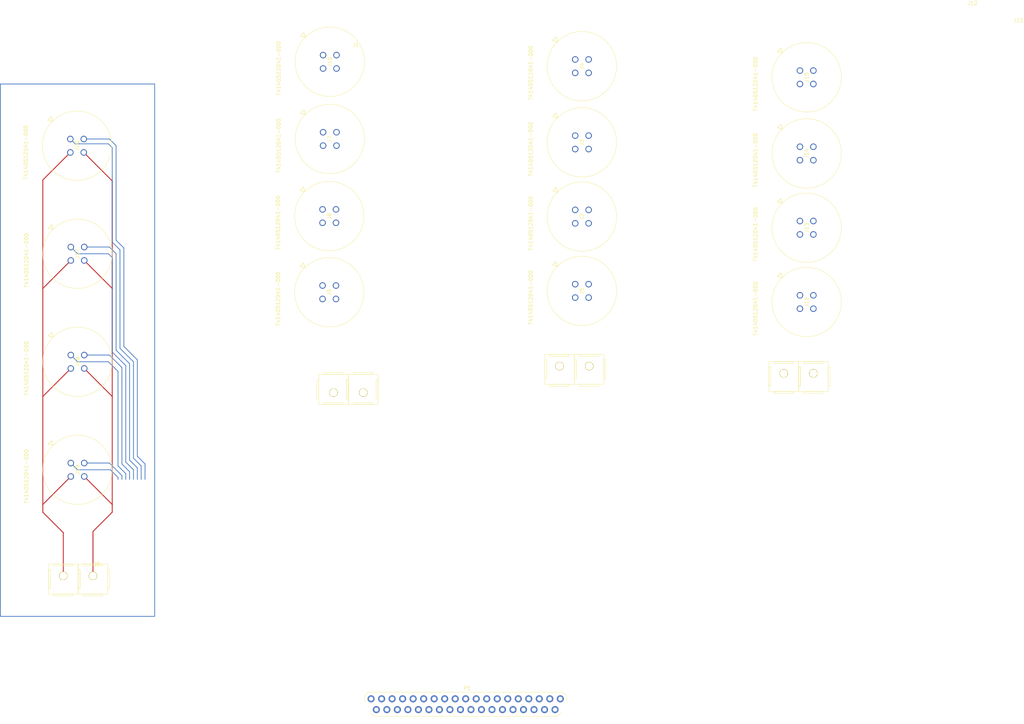
<source format=kicad_pcb>
(kicad_pcb (version 20211014) (generator pcbnew)
  (layers (0 "F.Cu" signal) (31 "B.Cu" signal) (34 "B.Paste" user) (35 "F.Paste" user) (36 "B.SilkS" user "B.Silkscreen") (37 "F.SilkS" user "F.Silkscreen") (38 "B.Mask" user) (39 "F.Mask" user) (44 "Edge.Cuts" user))
  (net 0 "")
  (net 1 "GND")
  (net 3 "/4x_4_pin_connector2/power")
  (net 4 "/AI5+")
  (net 5 "/4x_4_pin_connector/power")
  (net 6 "/AI5-")
  (net 7 "/AI6+")
  (net 8 "/AI6-")
  (net 9 "/AI7+")
  (net 10 "/AI7-")
  (net 11 "/AI4+")
  (net 12 "/AI4-")
  (net 13 "/4x_4_pin_connector3/power")
  (net 14 "/AI9-")
  (net 15 "/AI9+")
  (net 16 "/AI10-")
  (net 17 "/AI10+")
  (net 18 "/AI11-")
  (net 19 "/AI11+")
  (net 20 "/AI8-")
  (net 21 "/AI8+")
  (net 22 "/4x_4_pin_connector1/power")
  (net 23 "/AI1+")
  (net 24 "/AI1-")
  (net 25 "/AI2+")
  (net 26 "/AI2-")
  (net 27 "/AI3+")
  (net 28 "/AI3-")
  (net 29 "/AI0+")
  (net 30 "/AI0-")
  (net 31 "/AI13-")
  (net 32 "/AI13+")
  (net 33 "/AI14-")
  (net 34 "/AI14+")
  (net 35 "/AI15-")
  (net 36 "/AI15+")
  (net 37 "/AI12-")
  (net 38 "/AI12+")
  (footprint "Connector_TE-Connectivity:T4140512041-000" (layer "F.Cu") (at 175.757767 89.272767 -90)
    (fp_text reference "J5" (at -1.767767 1.767767 90) (layer "F.SilkS"))
    (fp_text value "T4140512041-000" (at 0 15.24 90) (layer "F.SilkS"))
    (fp_text user "*" (at 0 0 90) (layer "F.SilkS"))
    (fp_line (start -9.467116 8.5708) (end -8.134769 8.134769) (layer "F.SilkS") (width 0.12))
    (fp_line (start -8.134769 8.134769) (end -8.5708 9.467116) (layer "F.SilkS") (width 0.12))
    (fp_line (start -8.5708 9.467116) (end -9.467116 8.5708) (layer "F.SilkS") (width 0.12))
    (fp_line (start -8.5708 9.467116) (end -9.467116 8.5708) (layer "F.SilkS") (width 0.12))
    (fp_line (start -9.467116 8.5708) (end -8.134769 8.134769) (layer "F.SilkS") (width 0.12))
    (fp_line (start -8.134769 8.134769) (end -8.5708 9.467116) (layer "F.SilkS") (width 0.12))
    (fp_circle (center -1.767767 1.767767) (end 7.363533 1.767767) (layer "F.SilkS") (width 0.12) (fill none))
    (pad "1" thru_hole circle (at -3.535533 3.535533 270) (size 1.7018 1.7018) (drill 1.1938) (layers *.Cu *.Mask) (net 11 "/AI4+"))
    (pad "2" thru_hole circle (at -0.000001 3.535533) (size 1.7018 1.7018) (drill 1.1938) (layers *.Cu *.Mask) (net 5 "/4x_4_pin_connector/power"))
    (pad "3" thru_hole circle (at -0.000001 0.000001 270) (size 1.7018 1.7018) (drill 1.1938) (layers *.Cu *.Mask) (net 1 "GND"))
    (pad "4" thru_hole circle (at -3.535533 0.000001) (size 1.7018 1.7018) (drill 1.1938) (layers *.Cu *.Mask) (net 12 "/AI4-"))
  )
  (footprint "Voltage_Input_Module:182-037-113R451" (layer "F.Cu") (at 143.383 196.3674)
    (fp_text reference "P1" (at 0.381 -4.199) (layer "F.SilkS"))
    (fp_text value "182-037-113R541")
    (fp_line (start 24.9174 -3.175) (end -24.9174 -3.175) (layer "F.SilkS") (width 0.12))
    (fp_line (start -23.5331 3.175) (end 23.5331 3.175) (layer "F.SilkS") (width 0.12))
    (fp_arc (start 25.109665 2.187939) (mid 24.463133 2.907878) (end 23.5331 3.175) (layer "F.SilkS") (width 0.12))
    (fp_arc (start -23.5331 3.175) (mid -24.463133 2.907878) (end -25.109665 2.187939) (layer "F.SilkS") (width 0.12))
    (fp_arc (start -26.493965 -0.656861) (mid -26.402878 -2.352433) (end -24.9174 -3.175) (layer "F.SilkS") (width 0.12))
    (fp_arc (start 24.9174 -3.175) (mid 26.402878 -2.352433) (end 26.493965 -0.656861) (layer "F.SilkS") (width 0.12))
    (pad "" np_thru_hole circle locked (at -31.75 0) (size 3.048 3.048) (drill 3.048) (layers *.Cu *.Mask))
    (pad "" np_thru_hole circle locked (at 31.75 0) (size 3.048 3.048) (drill 3.048) (layers *.Cu *.Mask))
    (pad "1" thru_hole circle locked (at 24.9174 -1.4224) (size 1.8542 1.8542) (drill 1.0922) (layers *.Cu *.Mask) (net 29 "/AI0+"))
    (pad "2" thru_hole circle locked (at 22.1488 -1.4224) (size 1.8542 1.8542) (drill 1.0922) (layers *.Cu *.Mask) (net 23 "/AI1+"))
    (pad "3" thru_hole circle locked (at 19.3802 -1.4224) (size 1.8542 1.8542) (drill 1.0922) (layers *.Cu *.Mask) (net 25 "/AI2+"))
    (pad "4" thru_hole circle locked (at 16.6116 -1.4224) (size 1.8542 1.8542) (drill 1.0922) (layers *.Cu *.Mask) (net 27 "/AI3+"))
    (pad "5" thru_hole circle locked (at 13.843 -1.4224) (size 1.8542 1.8542) (drill 1.0922) (layers *.Cu *.Mask) (net 11 "/AI4+"))
    (pad "6" thru_hole circle locked (at 11.0744 -1.4224) (size 1.8542 1.8542) (drill 1.0922) (layers *.Cu *.Mask) (net 4 "/AI5+"))
    (pad "7" thru_hole circle locked (at 8.3058 -1.4224) (size 1.8542 1.8542) (drill 1.0922) (layers *.Cu *.Mask) (net 7 "/AI6+"))
    (pad "8" thru_hole circle locked (at 5.5372 -1.4224) (size 1.8542 1.8542) (drill 1.0922) (layers *.Cu *.Mask) (net 9 "/AI7+"))
    (pad "9" thru_hole circle locked (at 2.7686 -1.4224) (size 1.8542 1.8542) (drill 1.0922) (layers *.Cu *.Mask) (net 1 "GND"))
    (pad "10" thru_hole circle locked (at 0 -1.4224) (size 1.8542 1.8542) (drill 1.0922) (layers *.Cu *.Mask) (net 1 "GND"))
    (pad "11" thru_hole circle locked (at -2.7686 -1.4224) (size 1.8542 1.8542) (drill 1.0922) (layers *.Cu *.Mask) (net 21 "/AI8+"))
    (pad "12" thru_hole circle locked (at -5.5372 -1.4224) (size 1.8542 1.8542) (drill 1.0922) (layers *.Cu *.Mask) (net 15 "/AI9+"))
    (pad "13" thru_hole circle locked (at -8.3058 -1.4224) (size 1.8542 1.8542) (drill 1.0922) (layers *.Cu *.Mask) (net 17 "/AI10+"))
    (pad "14" thru_hole circle locked (at -11.0744 -1.4224) (size 1.8542 1.8542) (drill 1.0922) (layers *.Cu *.Mask) (net 19 "/AI11+"))
    (pad "15" thru_hole circle locked (at -13.843 -1.4224) (size 1.8542 1.8542) (drill 1.0922) (layers *.Cu *.Mask) (net 38 "/AI12+"))
    (pad "16" thru_hole circle locked (at -16.6116 -1.4224) (size 1.8542 1.8542) (drill 1.0922) (layers *.Cu *.Mask) (net 32 "/AI13+"))
    (pad "17" thru_hole circle locked (at -19.3802 -1.4224) (size 1.8542 1.8542) (drill 1.0922) (layers *.Cu *.Mask) (net 34 "/AI14+"))
    (pad "18" thru_hole circle locked (at -22.1488 -1.4224) (size 1.8542 1.8542) (drill 1.0922) (layers *.Cu *.Mask) (net 36 "/AI15+"))
    (pad "19" thru_hole circle locked (at -24.9174 -1.4224) (size 1.8542 1.8542) (drill 1.0922) (layers *.Cu *.Mask))
    (pad "20" thru_hole circle locked (at 23.5331 1.4224) (size 1.8542 1.8542) (drill 1.0922) (layers *.Cu *.Mask) (net 30 "/AI0-"))
    (pad "21" thru_hole circle locked (at 20.7645 1.4224) (size 1.8542 1.8542) (drill 1.0922) (layers *.Cu *.Mask) (net 24 "/AI1-"))
    (pad "22" thru_hole circle locked (at 17.9959 1.4224) (size 1.8542 1.8542) (drill 1.0922) (layers *.Cu *.Mask) (net 26 "/AI2-"))
    (pad "23" thru_hole circle locked (at 15.2273 1.4224) (size 1.8542 1.8542) (drill 1.0922) (layers *.Cu *.Mask) (net 28 "/AI3-"))
    (pad "24" thru_hole circle locked (at 12.4587 1.4224) (size 1.8542 1.8542) (drill 1.0922) (layers *.Cu *.Mask) (net 12 "/AI4-"))
    (pad "25" thru_hole circle locked (at 9.6901 1.4224) (size 1.8542 1.8542) (drill 1.0922) (layers *.Cu *.Mask) (net 6 "/AI5-"))
    (pad "26" thru_hole circle locked (at 6.9215 1.4224) (size 1.8542 1.8542) (drill 1.0922) (layers *.Cu *.Mask) (net 8 "/AI6-"))
    (pad "27" thru_hole circle locked (at 4.1529 1.4224) (size 1.8542 1.8542) (drill 1.0922) (layers *.Cu *.Mask) (net 10 "/AI7-"))
    (pad "28" thru_hole circle locked (at 1.3843 1.4224) (size 1.8542 1.8542) (drill 1.0922) (layers *.Cu *.Mask) (net 1 "GND"))
    (pad "29" thru_hole circle locked (at -1.3843 1.4224) (size 1.8542 1.8542) (drill 1.0922) (layers *.Cu *.Mask) (net 1 "GND"))
    (pad "30" thru_hole circle locked (at -4.1529 1.4224) (size 1.8542 1.8542) (drill 1.0922) (layers *.Cu *.Mask) (net 20 "/AI8-"))
    (pad "31" thru_hole circle locked (at -6.9215 1.4224) (size 1.8542 1.8542) (drill 1.0922) (layers *.Cu *.Mask) (net 14 "/AI9-"))
    (pad "32" thru_hole circle locked (at -9.6901 1.4224) (size 1.8542 1.8542) (drill 1.0922) (layers *.Cu *.Mask) (net 16 "/AI10-"))
    (pad "33" thru_hole circle locked (at -12.4587 1.4224) (size 1.8542 1.8542) (drill 1.0922) (layers *.Cu *.Mask) (net 18 "/AI11-"))
    (pad "34" thru_hole circle locked (at -15.2273 1.4224) (size 1.8542 1.8542) (drill 1.0922) (layers *.Cu *.Mask) (net 37 "/AI12-"))
    (pad "35" thru_hole circle locked (at -17.9959 1.4224) (size 1.8542 1.8542) (drill 1.0922) (layers *.Cu *.Mask) (net 31 "/AI13-"))
    (pad "36" thru_hole circle locked (at -20.7645 1.4224) (size 1.8542 1.8542) (drill 1.0922) (layers *.Cu *.Mask) (net 33 "/AI14-"))
    (pad "37" thru_hole circle locked (at -23.5331 1.4224) (size 1.8542 1.8542) (drill 1.0922) (layers *.Cu *.Mask) (net 35 "/AI15-"))
  )
  (footprint "Connector_TE-Connectivity:T4140512041-000" (layer "F.Cu") (at 42.915767 107.939767 -90)
    (fp_text reference "J18" (at -1.767767 1.767767 90) (layer "F.SilkS"))
    (fp_text value "T4140512041-000" (at 0 15.24 90) (layer "F.SilkS"))
    (fp_text user "*" (at 0 0 90) (layer "F.SilkS"))
    (fp_line (start -9.467116 8.5708) (end -8.134769 8.134769) (layer "F.SilkS") (width 0.12))
    (fp_line (start -8.134769 8.134769) (end -8.5708 9.467116) (layer "F.SilkS") (width 0.12))
    (fp_line (start -8.134769 8.134769) (end -8.5708 9.467116) (layer "F.SilkS") (width 0.12))
    (fp_line (start -8.5708 9.467116) (end -9.467116 8.5708) (layer "F.SilkS") (width 0.12))
    (fp_line (start -9.467116 8.5708) (end -8.134769 8.134769) (layer "F.SilkS") (width 0.12))
    (fp_line (start -8.5708 9.467116) (end -9.467116 8.5708) (layer "F.SilkS") (width 0.12))
    (fp_circle (center -1.767767 1.767767) (end 7.363533 1.767767) (layer "F.SilkS") (width 0.12) (fill none))
    (pad "1" thru_hole circle (at -3.535533 3.535533 270) (size 1.7018 1.7018) (drill 1.1938) (layers *.Cu *.Mask) (net 33 "/AI14-"))
    (pad "2" thru_hole circle (at -0.000001 3.535533) (size 1.7018 1.7018) (drill 1.1938) (layers *.Cu *.Mask) (net 13 "/4x_4_pin_connector3/power"))
    (pad "3" thru_hole circle (at -0.000001 0.000001 270) (size 1.7018 1.7018) (drill 1.1938) (layers *.Cu *.Mask) (net 1 "GND"))
    (pad "4" thru_hole circle (at -3.535533 0.000001) (size 1.7018 1.7018) (drill 1.1938) (layers *.Cu *.Mask) (net 34 "/AI14+"))
  )
  (footprint "powerpole-pp1545:2x_Anderson_Powerpole-25A-S-H-G11" (layer "F.Cu") (at 234.95 109.22 180)
    (fp_text reference "J11" (at -54.032233 93.0124) (layer "F.SilkS"))
    (fp_text value "Conn_01x02" hide)
    (fp_rect (start 3.9094 -3.3512) (end 3.4094 1.6488) (layer "F.SilkS") (width 0.12) (fill none))
    (fp_rect (start -2.5 -4.8) (end 2.5 -5.3) (layer "F.SilkS") (width 0.12) (fill none))
    (fp_rect (start 11.7094 -3.3512) (end 11.2094 1.6488) (layer "F.SilkS") (width 0.12) (fill none))
    (fp_rect (start 5.3094 -4.8012) (end 10.3094 -5.3012) (layer "F.SilkS") (width 0.12) (fill none))
    (fp_rect (start 3.9094 -4.8012) (end 11.7094 3.0988) (layer "F.SilkS") (width 0.12) (fill none))
    (fp_rect (start 2.5 2.6) (end -2.5 3.1) (layer "F.SilkS") (width 0.12) (fill none))
    (fp_rect (start 3.9 -3.35) (end 3.4 1.65) (layer "F.SilkS") (width 0.12) (fill none))
    (fp_rect (start -3.9 -4.8) (end 3.9 3.1) (layer "F.SilkS") (width 0.12) (fill none))
    (fp_rect (start 10.3094 2.5988) (end 5.3094 3.0988) (layer "F.SilkS") (width 0.12) (fill none))
    (fp_rect (start -3.9 -3.35) (end -4.4 1.65) (layer "F.SilkS") (width 0.12) (fill none))
    (pad "1" thru_hole circle (at 0 0 180) (size 2.2 2.2) (drill 1.8) (layers *.Cu *.Mask "F.SilkS") (net 1 "GND"))
    (pad "2" thru_hole circle (at 7.8094 -0.0012 180) (size 2.2 2.2) (drill 1.8) (layers *.Cu *.Mask "F.SilkS") (net 22 "/4x_4_pin_connector1/power"))
  )
  (footprint "Connector_TE-Connectivity:T4140512041-000" (layer "F.Cu") (at 175.757767 30.092767 -90)
    (fp_text reference "J4" (at -1.767767 1.767767 90) (layer "F.SilkS"))
    (fp_text value "T4140512041-000" (at 0 15.24 90) (layer "F.SilkS"))
    (fp_text user "*" (at 0 0 90) (layer "F.SilkS"))
    (fp_line (start -8.134769 8.134769) (end -8.5708 9.467116) (layer "F.SilkS") (width 0.12))
    (fp_line (start -8.5708 9.467116) (end -9.467116 8.5708) (layer "F.SilkS") (width 0.12))
    (fp_line (start -8.134769 8.134769) (end -8.5708 9.467116) (layer "F.SilkS") (width 0.12))
    (fp_line (start -9.467116 8.5708) (end -8.134769 8.134769) (layer "F.SilkS") (width 0.12))
    (fp_line (start -8.5708 9.467116) (end -9.467116 8.5708) (layer "F.SilkS") (width 0.12))
    (fp_line (start -9.467116 8.5708) (end -8.134769 8.134769) (layer "F.SilkS") (width 0.12))
    (fp_circle (center -1.767767 1.767767) (end 7.363533 1.767767) (layer "F.SilkS") (width 0.12) (fill none))
    (pad "1" thru_hole circle (at -3.535533 3.535533 270) (size 1.7018 1.7018) (drill 1.1938) (layers *.Cu *.Mask) (net 9 "/AI7+"))
    (pad "2" thru_hole circle (at -0.000001 3.535533) (size 1.7018 1.7018) (drill 1.1938) (layers *.Cu *.Mask) (net 5 "/4x_4_pin_connector/power"))
    (pad "3" thru_hole circle (at -0.000001 0.000001 270) (size 1.7018 1.7018) (drill 1.1938) (layers *.Cu *.Mask) (net 1 "GND"))
    (pad "4" thru_hole circle (at -3.535533 0.000001) (size 1.7018 1.7018) (drill 1.1938) (layers *.Cu *.Mask) (net 10 "/AI7-"))
  )
  (footprint "Connector_TE-Connectivity:T4140512041-000" (layer "F.Cu") (at 175.757767 69.712767 -90)
    (fp_text reference "J2" (at -1.767767 1.767767 90) (layer "F.SilkS"))
    (fp_text value "T4140512041-000" (at 0 15.24 90) (layer "F.SilkS"))
    (fp_text user "*" (at 0 0 90) (layer "F.SilkS"))
    (fp_line (start -8.134769 8.134769) (end -8.5708 9.467116) (layer "F.SilkS") (width 0.12))
    (fp_line (start -8.5708 9.467116) (end -9.467116 8.5708) (layer "F.SilkS") (width 0.12))
    (fp_line (start -8.5708 9.467116) (end -9.467116 8.5708) (layer "F.SilkS") (width 0.12))
    (fp_line (start -8.134769 8.134769) (end -8.5708 9.467116) (layer "F.SilkS") (width 0.12))
    (fp_line (start -9.467116 8.5708) (end -8.134769 8.134769) (layer "F.SilkS") (width 0.12))
    (fp_line (start -9.467116 8.5708) (end -8.134769 8.134769) (layer "F.SilkS") (width 0.12))
    (fp_circle (center -1.767767 1.767767) (end 7.363533 1.767767) (layer "F.SilkS") (width 0.12) (fill none))
    (pad "1" thru_hole circle (at -3.535533 3.535533 270) (size 1.7018 1.7018) (drill 1.1938) (layers *.Cu *.Mask) (net 4 "/AI5+"))
    (pad "2" thru_hole circle (at -0.000001 3.535533) (size 1.7018 1.7018) (drill 1.1938) (layers *.Cu *.Mask) (net 5 "/4x_4_pin_connector/power"))
    (pad "3" thru_hole circle (at -0.000001 0.000001 270) (size 1.7018 1.7018) (drill 1.1938) (layers *.Cu *.Mask) (net 1 "GND"))
    (pad "4" thru_hole circle (at -3.535533 0.000001) (size 1.7018 1.7018) (drill 1.1938) (layers *.Cu *.Mask) (net 6 "/AI5-"))
  )
  (footprint "Connector_TE-Connectivity:T4140512041-000" (layer "F.Cu") (at 109.357234 28.935533 -90)
    (fp_text reference "J10" (at -1.767767 1.767767 90) (layer "F.SilkS"))
    (fp_text value "T4140512041-000" (at 0 15.24 90) (layer "F.SilkS"))
    (fp_text user "*" (at 0 0 90) (layer "F.SilkS"))
    (fp_line (start -9.467116 8.5708) (end -8.134769 8.134769) (layer "F.SilkS") (width 0.12))
    (fp_line (start -8.5708 9.467116) (end -9.467116 8.5708) (layer "F.SilkS") (width 0.12))
    (fp_line (start -8.134769 8.134769) (end -8.5708 9.467116) (layer "F.SilkS") (width 0.12))
    (fp_line (start -8.134769 8.134769) (end -8.5708 9.467116) (layer "F.SilkS") (width 0.12))
    (fp_line (start -8.5708 9.467116) (end -9.467116 8.5708) (layer "F.SilkS") (width 0.12))
    (fp_line (start -9.467116 8.5708) (end -8.134769 8.134769) (layer "F.SilkS") (width 0.12))
    (fp_circle (center -1.767767 1.767767) (end 7.363533 1.767767) (layer "F.SilkS") (width 0.12) (fill none))
    (pad "1" thru_hole circle (at -3.535533 3.535533 270) (size 1.7018 1.7018) (drill 1.1938) (layers *.Cu *.Mask) (net 20 "/AI8-"))
    (pad "2" thru_hole circle (at -0.000001 3.535533) (size 1.7018 1.7018) (drill 1.1938) (layers *.Cu *.Mask) (net 3 "/4x_4_pin_connector2/power"))
    (pad "3" thru_hole circle (at -0.000001 0.000001 270) (size 1.7018 1.7018) (drill 1.1938) (layers *.Cu *.Mask) (net 1 "GND"))
    (pad "4" thru_hole circle (at -3.535533 0.000001) (size 1.7018 1.7018) (drill 1.1938) (layers *.Cu *.Mask) (net 21 "/AI8+"))
  )
  (footprint "Connector_TE-Connectivity:T4140512041-000" (layer "F.Cu") (at 234.95 92.2 -90)
    (fp_text reference "J16" (at -1.767767 1.767767 90) (layer "F.SilkS"))
    (fp_text value "T4140512041-000" (at 0 15.24 90) (layer "F.SilkS"))
    (fp_text user "*" (at 0 0 90) (layer "F.SilkS"))
    (fp_line (start -9.467116 8.5708) (end -8.134769 8.134769) (layer "F.SilkS") (width 0.12))
    (fp_line (start -8.134769 8.134769) (end -8.5708 9.467116) (layer "F.SilkS") (width 0.12))
    (fp_line (start -8.134769 8.134769) (end -8.5708 9.467116) (layer "F.SilkS") (width 0.12))
    (fp_line (start -9.467116 8.5708) (end -8.134769 8.134769) (layer "F.SilkS") (width 0.12))
    (fp_line (start -8.5708 9.467116) (end -9.467116 8.5708) (layer "F.SilkS") (width 0.12))
    (fp_line (start -8.5708 9.467116) (end -9.467116 8.5708) (layer "F.SilkS") (width 0.12))
    (fp_circle (center -1.767767 1.767767) (end 7.363533 1.767767) (layer "F.SilkS") (width 0.12) (fill none))
    (pad "1" thru_hole circle (at -3.535533 3.535533 270) (size 1.7018 1.7018) (drill 1.1938) (layers *.Cu *.Mask) (net 29 "/AI0+"))
    (pad "2" thru_hole circle (at -0.000001 3.535533) (size 1.7018 1.7018) (drill 1.1938) (layers *.Cu *.Mask) (net 22 "/4x_4_pin_connector1/power"))
    (pad "3" thru_hole circle (at -0.000001 0.000001 270) (size 1.7018 1.7018) (drill 1.1938) (layers *.Cu *.Mask) (net 1 "GND"))
    (pad "4" thru_hole circle (at -3.535533 0.000001) (size 1.7018 1.7018) (drill 1.1938) (layers *.Cu *.Mask) (net 30 "/AI0-"))
  )
  (footprint "powerpole-pp1545:2x_Anderson_Powerpole-25A-S-H-G11" (layer "F.Cu") (at 175.895 107.315 180)
    (fp_text reference "J12" (at -100.9523 95.5726) (layer "F.SilkS"))
    (fp_text value "Conn_01x02" hide)
    (fp_rect (start 11.7094 -3.3512) (end 11.2094 1.6488) (layer "F.SilkS") (width 0.12) (fill none))
    (fp_rect (start -3.9 -4.8) (end 3.9 3.1) (layer "F.SilkS") (width 0.12) (fill none))
    (fp_rect (start 3.9094 -3.3512) (end 3.4094 1.6488) (layer "F.SilkS") (width 0.12) (fill none))
    (fp_rect (start 3.9 -3.35) (end 3.4 1.65) (layer "F.SilkS") (width 0.12) (fill none))
    (fp_rect (start 5.3094 -4.8012) (end 10.3094 -5.3012) (layer "F.SilkS") (width 0.12) (fill none))
    (fp_rect (start -2.5 -4.8) (end 2.5 -5.3) (layer "F.SilkS") (width 0.12) (fill none))
    (fp_rect (start 10.3094 2.5988) (end 5.3094 3.0988) (layer "F.SilkS") (width 0.12) (fill none))
    (fp_rect (start 2.5 2.6) (end -2.5 3.1) (layer "F.SilkS") (width 0.12) (fill none))
    (fp_rect (start 3.9094 -4.8012) (end 11.7094 3.0988) (layer "F.SilkS") (width 0.12) (fill none))
    (fp_rect (start -3.9 -3.35) (end -4.4 1.65) (layer "F.SilkS") (width 0.12) (fill none))
    (pad "1" thru_hole circle (at 0 0 180) (size 2.2 2.2) (drill 1.8) (layers *.Cu *.Mask "F.SilkS") (net 1 "GND"))
    (pad "2" thru_hole circle (at 7.8094 -0.0012 180) (size 2.2 2.2) (drill 1.8) (layers *.Cu *.Mask "F.SilkS") (net 5 "/4x_4_pin_connector/power"))
  )
  (footprint "Connector_TE-Connectivity:T4140512041-000" (layer "F.Cu") (at 42.915767 79.491767 -90)
    (fp_text reference "J17" (at -1.767767 1.767767 90) (layer "F.SilkS"))
    (fp_text value "T4140512041-000" (at 0 15.24 90) (layer "F.SilkS"))
    (fp_text user "*" (at 0 0 90) (layer "F.SilkS"))
    (fp_line (start -8.5708 9.467116) (end -9.467116 8.5708) (layer "F.SilkS") (width 0.12))
    (fp_line (start -9.467116 8.5708) (end -8.134769 8.134769) (layer "F.SilkS") (width 0.12))
    (fp_line (start -8.5708 9.467116) (end -9.467116 8.5708) (layer "F.SilkS") (width 0.12))
    (fp_line (start -9.467116 8.5708) (end -8.134769 8.134769) (layer "F.SilkS") (width 0.12))
    (fp_line (start -8.134769 8.134769) (end -8.5708 9.467116) (layer "F.SilkS") (width 0.12))
    (fp_line (start -8.134769 8.134769) (end -8.5708 9.467116) (layer "F.SilkS") (width 0.12))
    (fp_circle (center -1.767767 1.767767) (end 7.363533 1.767767) (layer "F.SilkS") (width 0.12) (fill none))
    (pad "1" thru_hole circle (at -3.535533 3.535533 270) (size 1.7018 1.7018) (drill 1.1938) (layers *.Cu *.Mask) (net 31 "/AI13-"))
    (pad "2" thru_hole circle (at -0.000001 3.535533) (size 1.7018 1.7018) (drill 1.1938) (layers *.Cu *.Mask) (net 13 "/4x_4_pin_connector3/power"))
    (pad "3" thru_hole circle (at -0.000001 0.000001 270) (size 1.7018 1.7018) (drill 1.1938) (layers *.Cu *.Mask) (net 1 "GND"))
    (pad "4" thru_hole circle (at -3.535533 0.000001) (size 1.7018 1.7018) (drill 1.1938) (layers *.Cu *.Mask) (net 32 "/AI13+"))
  )
  (footprint "Connector_TE-Connectivity:T4140512041-000" (layer "F.Cu") (at 234.95 72.64 -90)
    (fp_text reference "J13" (at -1.767767 1.767767 90) (layer "F.SilkS"))
    (fp_text value "T4140512041-000" (at 0 15.24 90) (layer "F.SilkS"))
    (fp_text user "*" (at 0 0 90) (layer "F.SilkS"))
    (fp_line (start -8.5708 9.467116) (end -9.467116 8.5708) (layer "F.SilkS") (width 0.12))
    (fp_line (start -8.134769 8.134769) (end -8.5708 9.467116) (layer "F.SilkS") (width 0.12))
    (fp_line (start -8.134769 8.134769) (end -8.5708 9.467116) (layer "F.SilkS") (width 0.12))
    (fp_line (start -9.467116 8.5708) (end -8.134769 8.134769) (layer "F.SilkS") (width 0.12))
    (fp_line (start -9.467116 8.5708) (end -8.134769 8.134769) (layer "F.SilkS") (width 0.12))
    (fp_line (start -8.5708 9.467116) (end -9.467116 8.5708) (layer "F.SilkS") (width 0.12))
    (fp_circle (center -1.767767 1.767767) (end 7.363533 1.767767) (layer "F.SilkS") (width 0.12) (fill none))
    (pad "1" thru_hole circle (at -3.535533 3.535533 270) (size 1.7018 1.7018) (drill 1.1938) (layers *.Cu *.Mask) (net 23 "/AI1+"))
    (pad "2" thru_hole circle (at -0.000001 3.535533) (size 1.7018 1.7018) (drill 1.1938) (layers *.Cu *.Mask) (net 22 "/4x_4_pin_connector1/power"))
    (pad "3" thru_hole circle (at -0.000001 0.000001 270) (size 1.7018 1.7018) (drill 1.1938) (layers *.Cu *.Mask) (net 1 "GND"))
    (pad "4" thru_hole circle (at -3.535533 0.000001) (size 1.7018 1.7018) (drill 1.1938) (layers *.Cu *.Mask) (net 24 "/AI1-"))
  )
  (footprint "Connector_TE-Connectivity:T4140512041-000" (layer "F.Cu") (at 234.95 53.08 -90)
    (fp_text reference "J14" (at -1.767767 1.767767 90) (layer "F.SilkS"))
    (fp_text value "T4140512041-000" (at 0 15.24 90) (layer "F.SilkS"))
    (fp_text user "*" (at 0 0 90) (layer "F.SilkS"))
    (fp_line (start -9.467116 8.5708) (end -8.134769 8.134769) (layer "F.SilkS") (width 0.12))
    (fp_line (start -8.134769 8.134769) (end -8.5708 9.467116) (layer "F.SilkS") (width 0.12))
    (fp_line (start -8.134769 8.134769) (end -8.5708 9.467116) (layer "F.SilkS") (width 0.12))
    (fp_line (start -8.5708 9.467116) (end -9.467116 8.5708) (layer "F.SilkS") (width 0.12))
    (fp_line (start -9.467116 8.5708) (end -8.134769 8.134769) (layer "F.SilkS") (width 0.12))
    (fp_line (start -8.5708 9.467116) (end -9.467116 8.5708) (layer "F.SilkS") (width 0.12))
    (fp_circle (center -1.767767 1.767767) (end 7.363533 1.767767) (layer "F.SilkS") (width 0.12) (fill none))
    (pad "1" thru_hole circle (at -3.535533 3.535533 270) (size 1.7018 1.7018) (drill 1.1938) (layers *.Cu *.Mask) (net 25 "/AI2+"))
    (pad "2" thru_hole circle (at -0.000001 3.535533) (size 1.7018 1.7018) (drill 1.1938) (layers *.Cu *.Mask) (net 22 "/4x_4_pin_connector1/power"))
    (pad "3" thru_hole circle (at -0.000001 0.000001 270) (size 1.7018 1.7018) (drill 1.1938) (layers *.Cu *.Mask) (net 1 "GND"))
    (pad "4" thru_hole circle (at -3.535533 0.000001) (size 1.7018 1.7018) (drill 1.1938) (layers *.Cu *.Mask) (net 26 "/AI2-"))
  )
  (footprint "powerpole-pp1545:2x_Anderson_Powerpole-25A-S-H-G11" (layer "F.Cu") (at 45.212 162.56 180)
    (fp_text reference "J6" (at -1.0784 3.124733) (layer "F.SilkS"))
    (fp_text value "Conn_01x02" hide)
    (fp_rect (start 3.9 -3.35) (end 3.4 1.65) (layer "F.SilkS") (width 0.12) (fill none))
    (fp_rect (start 3.9094 -3.3512) (end 3.4094 1.6488) (layer "F.SilkS") (width 0.12) (fill none))
    (fp_rect (start -2.5 -4.8) (end 2.5 -5.3) (layer "F.SilkS") (width 0.12) (fill none))
    (fp_rect (start 10.3094 2.5988) (end 5.3094 3.0988) (layer "F.SilkS") (width 0.12) (fill none))
    (fp_rect (start 5.3094 -4.8012) (end 10.3094 -5.3012) (layer "F.SilkS") (width 0.12) (fill none))
    (fp_rect (start 2.5 2.6) (end -2.5 3.1) (layer "F.SilkS") (width 0.12) (fill none))
    (fp_rect (start 3.9094 -4.8012) (end 11.7094 3.0988) (layer "F.SilkS") (width 0.12) (fill none))
    (fp_rect (start -3.9 -3.35) (end -4.4 1.65) (layer "F.SilkS") (width 0.12) (fill none))
    (fp_rect (start 11.7094 -3.3512) (end 11.2094 1.6488) (layer "F.SilkS") (width 0.12) (fill none))
    (fp_rect (start -3.9 -4.8) (end 3.9 3.1) (layer "F.SilkS") (width 0.12) (fill none))
    (pad "1" thru_hole circle (at 0 0 180) (size 2.2 2.2) (drill 1.8) (layers *.Cu *.Mask "F.SilkS") (net 1 "GND"))
    (pad "2" thru_hole circle (at 7.8094 -0.0012 180) (size 2.2 2.2) (drill 1.8) (layers *.Cu *.Mask "F.SilkS") (net 13 "/4x_4_pin_connector3/power"))
  )
  (footprint "Connector_TE-Connectivity:T4140512041-000" (layer "F.Cu") (at 42.788767 51.043767 -90)
    (fp_text reference "J20" (at -1.767767 1.767767 90) (layer "F.SilkS"))
    (fp_text value "T4140512041-000" (at 0 15.24 90) (layer "F.SilkS"))
    (fp_text user "*" (at 0 0 90) (layer "F.SilkS"))
    (fp_line (start -8.5708 9.467116) (end -9.467116 8.5708) (layer "F.SilkS") (width 0.12))
    (fp_line (start -9.467116 8.5708) (end -8.134769 8.134769) (layer "F.SilkS") (width 0.12))
    (fp_line (start -8.5708 9.467116) (end -9.467116 8.5708) (layer "F.SilkS") (width 0.12))
    (fp_line (start -8.134769 8.134769) (end -8.5708 9.467116) (layer "F.SilkS") (width 0.12))
    (fp_line (start -8.134769 8.134769) (end -8.5708 9.467116) (layer "F.SilkS") (width 0.12))
    (fp_line (start -9.467116 8.5708) (end -8.134769 8.134769) (layer "F.SilkS") (width 0.12))
    (fp_circle (center -1.767767 1.767767) (end 7.363533 1.767767) (layer "F.SilkS") (width 0.12) (fill none))
    (pad "1" thru_hole circle (at -3.535533 3.535533 270) (size 1.7018 1.7018) (drill 1.1938) (layers *.Cu *.Mask) (net 37 "/AI12-"))
    (pad "2" thru_hole circle (at -0.000001 3.535533) (size 1.7018 1.7018) (drill 1.1938) (layers *.Cu *.Mask) (net 13 "/4x_4_pin_connector3/power"))
    (pad "3" thru_hole circle (at -0.000001 0.000001 270) (size 1.7018 1.7018) (drill 1.1938) (layers *.Cu *.Mask) (net 1 "GND"))
    (pad "4" thru_hole circle (at -3.535533 0.000001) (size 1.7018 1.7018) (drill 1.1938) (layers *.Cu *.Mask) (net 38 "/AI12+"))
  )
  (footprint "Connector_TE-Connectivity:T4140512041-000" (layer "F.Cu") (at 175.757767 50.152767 -90)
    (fp_text reference "J3" (at -1.767767 1.767767 90) (layer "F.SilkS"))
    (fp_text value "T4140512041-000" (at 0 15.24 90) (layer "F.SilkS"))
    (fp_text user "*" (at 0 0 90) (layer "F.SilkS"))
    (fp_line (start -9.467116 8.5708) (end -8.134769 8.134769) (layer "F.SilkS") (width 0.12))
    (fp_line (start -8.134769 8.134769) (end -8.5708 9.467116) (layer "F.SilkS") (width 0.12))
    (fp_line (start -8.5708 9.467116) (end -9.467116 8.5708) (layer "F.SilkS") (width 0.12))
    (fp_line (start -8.5708 9.467116) (end -9.467116 8.5708) (layer "F.SilkS") (width 0.12))
    (fp_line (start -8.134769 8.134769) (end -8.5708 9.467116) (layer "F.SilkS") (width 0.12))
    (fp_line (start -9.467116 8.5708) (end -8.134769 8.134769) (layer "F.SilkS") (width 0.12))
    (fp_circle (center -1.767767 1.767767) (end 7.363533 1.767767) (layer "F.SilkS") (width 0.12) (fill none))
    (pad "1" thru_hole circle (at -3.535533 3.535533 270) (size 1.7018 1.7018) (drill 1.1938) (layers *.Cu *.Mask) (net 7 "/AI6+"))
    (pad "2" thru_hole circle (at -0.000001 3.535533) (size 1.7018 1.7018) (drill 1.1938) (layers *.Cu *.Mask) (net 5 "/4x_4_pin_connector/power"))
    (pad "3" thru_hole circle (at -0.000001 0.000001 270) (size 1.7018 1.7018) (drill 1.1938) (layers *.Cu *.Mask) (net 1 "GND"))
    (pad "4" thru_hole circle (at -3.535533 0.000001) (size 1.7018 1.7018) (drill 1.1938) (layers *.Cu *.Mask) (net 8 "/AI6-"))
  )
  (footprint "Connector_TE-Connectivity:T4140512041-000" (layer "F.Cu") (at 109.357234 49.255533 -90)
    (fp_text reference "J7" (at -1.767767 1.767767 90) (layer "F.SilkS"))
    (fp_text value "T4140512041-000" (at 0 15.24 90) (layer "F.SilkS"))
    (fp_text user "*" (at 0 0 90) (layer "F.SilkS"))
    (fp_line (start -9.467116 8.5708) (end -8.134769 8.134769) (layer "F.SilkS") (width 0.12))
    (fp_line (start -8.5708 9.467116) (end -9.467116 8.5708) (layer "F.SilkS") (width 0.12))
    (fp_line (start -8.5708 9.467116) (end -9.467116 8.5708) (layer "F.SilkS") (width 0.12))
    (fp_line (start -8.134769 8.134769) (end -8.5708 9.467116) (layer "F.SilkS") (width 0.12))
    (fp_line (start -9.467116 8.5708) (end -8.134769 8.134769) (layer "F.SilkS") (width 0.12))
    (fp_line (start -8.134769 8.134769) (end -8.5708 9.467116) (layer "F.SilkS") (width 0.12))
    (fp_circle (center -1.767767 1.767767) (end 7.363533 1.767767) (layer "F.SilkS") (width 0.12) (fill none))
    (pad "1" thru_hole circle (at -3.535533 3.535533 270) (size 1.7018 1.7018) (drill 1.1938) (layers *.Cu *.Mask) (net 14 "/AI9-"))
    (pad "2" thru_hole circle (at -0.000001 3.535533) (size 1.7018 1.7018) (drill 1.1938) (layers *.Cu *.Mask) (net 3 "/4x_4_pin_connector2/power"))
    (pad "3" thru_hole circle (at -0.000001 0.000001 270) (size 1.7018 1.7018) (drill 1.1938) (layers *.Cu *.Mask) (net 1 "GND"))
    (pad "4" thru_hole circle (at -3.535533 0.000001) (size 1.7018 1.7018) (drill 1.1938) (layers *.Cu *.Mask) (net 15 "/AI9+"))
  )
  (footprint "Connector_TE-Connectivity:T4140512041-000" (layer "F.Cu") (at 42.915767 136.387767 -90)
    (fp_text reference "J19" (at -1.767767 1.767767 90) (layer "F.SilkS"))
    (fp_text value "T4140512041-000" (at 0 15.24 90) (layer "F.SilkS"))
    (fp_text user "*" (at 0 0 90) (layer "F.SilkS"))
    (fp_line (start -8.134769 8.134769) (end -8.5708 9.467116) (layer "F.SilkS") (width 0.12))
    (fp_line (start -9.467116 8.5708) (end -8.134769 8.134769) (layer "F.SilkS") (width 0.12))
    (fp_line (start -8.5708 9.467116) (end -9.467116 8.5708) (layer "F.SilkS") (width 0.12))
    (fp_line (start -9.467116 8.5708) (end -8.134769 8.134769) (layer "F.SilkS") (width 0.12))
    (fp_line (start -8.5708 9.467116) (end -9.467116 8.5708) (layer "F.SilkS") (width 0.12))
    (fp_line (start -8.134769 8.134769) (end -8.5708 9.467116) (layer "F.SilkS") (width 0.12))
    (fp_circle (center -1.767767 1.767767) (end 7.363533 1.767767) (layer "F.SilkS") (width 0.12) (fill none))
    (pad "1" thru_hole circle (at -3.535533 3.535533 270) (size 1.7018 1.7018) (drill 1.1938) (layers *.Cu *.Mask) (net 35 "/AI15-"))
    (pad "2" thru_hole circle (at -0.000001 3.535533) (size 1.7018 1.7018) (drill 1.1938) (layers *.Cu *.Mask) (net 13 "/4x_4_pin_connector3/power"))
    (pad "3" thru_hole circle (at -0.000001 0.000001 270) (size 1.7018 1.7018) (drill 1.1938) (layers *.Cu *.Mask) (net 1 "GND"))
    (pad "4" thru_hole circle (at -3.535533 0.000001) (size 1.7018 1.7018) (drill 1.1938) (layers *.Cu *.Mask) (net 36 "/AI15+"))
  )
  (footprint "Connector_TE-Connectivity:T4140512041-000" (layer "F.Cu") (at 234.95 33.02 -90)
    (fp_text reference "J15" (at -1.767767 1.767767 90) (layer "F.SilkS"))
    (fp_text value "T4140512041-000" (at 0 15.24 90) (layer "F.SilkS"))
    (fp_text user "*" (at 0 0 90) (layer "F.SilkS"))
    (fp_line (start -9.467116 8.5708) (end -8.134769 8.134769) (layer "F.SilkS") (width 0.12))
    (fp_line (start -8.134769 8.134769) (end -8.5708 9.467116) (layer "F.SilkS") (width 0.12))
    (fp_line (start -8.5708 9.467116) (end -9.467116 8.5708) (layer "F.SilkS") (width 0.12))
    (fp_line (start -8.134769 8.134769) (end -8.5708 9.467116) (layer "F.SilkS") (width 0.12))
    (fp_line (start -8.5708 9.467116) (end -9.467116 8.5708) (layer "F.SilkS") (width 0.12))
    (fp_line (start -9.467116 8.5708) (end -8.134769 8.134769) (layer "F.SilkS") (width 0.12))
    (fp_circle (center -1.767767 1.767767) (end 7.363533 1.767767) (layer "F.SilkS") (width 0.12) (fill none))
    (pad "1" thru_hole circle (at -3.535533 3.535533 270) (size 1.7018 1.7018) (drill 1.1938) (layers *.Cu *.Mask) (net 27 "/AI3+"))
    (pad "2" thru_hole circle (at -0.000001 3.535533) (size 1.7018 1.7018) (drill 1.1938) (layers *.Cu *.Mask) (net 22 "/4x_4_pin_connector1/power"))
    (pad "3" thru_hole circle (at -0.000001 0.000001 270) (size 1.7018 1.7018) (drill 1.1938) (layers *.Cu *.Mask) (net 1 "GND"))
    (pad "4" thru_hole circle (at -3.535533 0.000001) (size 1.7018 1.7018) (drill 1.1938) (layers *.Cu *.Mask) (net 28 "/AI3-"))
  )
  (footprint "Connector_TE-Connectivity:T4140512041-000" (layer "F.Cu") (at 109.220001 69.575533 -90)
    (fp_text reference "J8" (at -1.767767 1.767767 90) (layer "F.SilkS"))
    (fp_text value "T4140512041-000" (at 0 15.24 90) (layer "F.SilkS"))
    (fp_text user "*" (at 0 0 90) (layer "F.SilkS"))
    (fp_line (start -8.134769 8.134769) (end -8.5708 9.467116) (layer "F.SilkS") (width 0.12))
    (fp_line (start -8.5708 9.467116) (end -9.467116 8.5708) (layer "F.SilkS") (width 0.12))
    (fp_line (start -9.467116 8.5708) (end -8.134769 8.134769) (layer "F.SilkS") (width 0.12))
    (fp_line (start -8.5708 9.467116) (end -9.467116 8.5708) (layer "F.SilkS") (width 0.12))
    (fp_line (start -9.467116 8.5708) (end -8.134769 8.134769) (layer "F.SilkS") (width 0.12))
    (fp_line (start -8.134769 8.134769) (end -8.5708 9.467116) (layer "F.SilkS") (width 0.12))
    (fp_circle (center -1.767767 1.767767) (end 7.363533 1.767767) (layer "F.SilkS") (width 0.12) (fill none))
    (pad "1" thru_hole circle (at -3.535533 3.535533 270) (size 1.7018 1.7018) (drill 1.1938) (layers *.Cu *.Mask) (net 16 "/AI10-"))
    (pad "2" thru_hole circle (at -0.000001 3.535533) (size 1.7018 1.7018) (drill 1.1938) (layers *.Cu *.Mask) (net 3 "/4x_4_pin_connector2/power"))
    (pad "3" thru_hole circle (at -0.000001 0.000001 270) (size 1.7018 1.7018) (drill 1.1938) (layers *.Cu *.Mask) (net 1 "GND"))
    (pad "4" thru_hole circle (at -3.535533 0.000001) (size 1.7018 1.7018) (drill 1.1938) (layers *.Cu *.Mask) (net 17 "/AI10+"))
  )
  (footprint "powerpole-pp1545:2x_Anderson_Powerpole-25A-S-H-G11" (layer "F.Cu") (at 108.585 114.3)
    (fp_text reference "J1" (at 5.852234 -91.554467 180) (layer "F.SilkS"))
    (fp_text value "Conn_01x02" hide)
    (fp_rect (start -3.9 -4.8) (end 3.9 3.1) (layer "F.SilkS") (width 0.12) (fill none))
    (fp_rect (start 10.3094 2.5988) (end 5.3094 3.0988) (layer "F.SilkS") (width 0.12) (fill none))
    (fp_rect (start -2.5 -4.8) (end 2.5 -5.3) (layer "F.SilkS") (width 0.12) (fill none))
    (fp_rect (start 3.9 -3.35) (end 3.4 1.65) (layer "F.SilkS") (width 0.12) (fill none))
    (fp_rect (start -3.9 -3.35) (end -4.4 1.65) (layer "F.SilkS") (width 0.12) (fill none))
    (fp_rect (start 3.9094 -3.3512) (end 3.4094 1.6488) (layer "F.SilkS") (width 0.12) (fill none))
    (fp_rect (start 11.7094 -3.3512) (end 11.2094 1.6488) (layer "F.SilkS") (width 0.12) (fill none))
    (fp_rect (start 5.3094 -4.8012) (end 10.3094 -5.3012) (layer "F.SilkS") (width 0.12) (fill none))
    (fp_rect (start 3.9094 -4.8012) (end 11.7094 3.0988) (layer "F.SilkS") (width 0.12) (fill none))
    (fp_rect (start 2.5 2.6) (end -2.5 3.1) (layer "F.SilkS") (width 0.12) (fill none))
    (pad "1" thru_hole circle (at 0 0) (size 2.2 2.2) (drill 1.8) (layers *.Cu *.Mask "F.SilkS") (net 1 "GND"))
    (pad "2" thru_hole circle (at 7.8094 -0.0012) (size 2.2 2.2) (drill 1.8) (layers *.Cu *.Mask "F.SilkS") (net 3 "/4x_4_pin_connector2/power"))
  )
  (footprint "Connector_TE-Connectivity:T4140512041-000" (layer "F.Cu") (at 109.220001 89.6333 -90)
    (fp_text reference "J9" (at -1.767767 1.767767 90) (layer "F.SilkS"))
    (fp_text value "T4140512041-000" (at 0 15.24 90) (layer "F.SilkS"))
    (fp_text user "*" (at 0 0 90) (layer "F.SilkS"))
    (fp_line (start -9.467116 8.5708) (end -8.134769 8.134769) (layer "F.SilkS") (width 0.12))
    (fp_line (start -8.134769 8.134769) (end -8.5708 9.467116) (layer "F.SilkS") (width 0.12))
    (fp_line (start -8.5708 9.467116) (end -9.467116 8.5708) (layer "F.SilkS") (width 0.12))
    (fp_line (start -8.134769 8.134769) (end -8.5708 9.467116) (layer "F.SilkS") (width 0.12))
    (fp_line (start -9.467116 8.5708) (end -8.134769 8.134769) (layer "F.SilkS") (width 0.12))
    (fp_line (start -8.5708 9.467116) (end -9.467116 8.5708) (layer "F.SilkS") (width 0.12))
    (fp_circle (center -1.767767 1.767767) (end 7.363533 1.767767) (layer "F.SilkS") (width 0.12) (fill none))
    (pad "1" thru_hole circle (at -3.535533 3.535533 270) (size 1.7018 1.7018) (drill 1.1938) (layers *.Cu *.Mask) (net 18 "/AI11-"))
    (pad "2" thru_hole circle (at -0.000001 3.535533) (size 1.7018 1.7018) (drill 1.1938) (layers *.Cu *.Mask) (net 3 "/4x_4_pin_connector2/power"))
    (pad "3" thru_hole circle (at -0.000001 0.000001 270) (size 1.7018 1.7018) (drill 1.1938) (layers *.Cu *.Mask) (net 1 "GND"))
    (pad "4" thru_hole circle (at -3.535533 0.000001) (size 1.7018 1.7018) (drill 1.1938) (layers *.Cu *.Mask) (net 19 "/AI11+"))
  )
  (gr_rect (start 20.828 173.228) (end 61.468 33.02) (layer "B.Cu") (width 0.2) (fill none))
  (segment (start 50.292 145.796) (end 45.212 150.876) (width 0.25) (layer "F.Cu") (net 1))
  (segment (start 50.292 143.764) (end 50.292 115.316) (width 0.25) (layer "F.Cu") (net 1))
  (segment (start 45.212 150.876) (end 45.212 162.56) (width 0.25) (layer "F.Cu") (net 1))
  (segment (start 50.292 115.316) (end 42.915766 107.939766) (width 0.25) (layer "F.Cu") (net 1))
  (segment (start 50.292 58.547) (end 50.292 86.868) (width 0.25) (layer "F.Cu") (net 1))
  (segment (start 50.292 86.868) (end 42.915766 79.491766) (width 0.25) (layer "F.Cu") (net 1))
  (segment (start 42.788766 51.043766) (end 50.292 58.547) (width 0.25) (layer "F.Cu") (net 1))
  (segment (start 50.292 143.764) (end 50.292 145.796) (width 0.25) (layer "F.Cu") (net 1))
  (segment (start 42.915766 136.387766) (end 50.292 143.764) (width 0.25) (layer "F.Cu") (net 1))
  (segment (start 50.292 115.316) (end 50.292 86.868) (width 0.25) (layer "F.Cu") (net 1))
  (segment (start 37.4026 151.1946) (end 37.4026 162.5612) (width 0.25) (layer "F.Cu") (net 13))
  (segment (start 32.004 143.764) (end 32.004 145.796) (width 0.25) (layer "F.Cu") (net 13))
  (segment (start 32.004 115.316) (end 32.004 143.764) (width 0.25) (layer "F.Cu") (net 13))
  (segment (start 32.004 145.796) (end 37.4026 151.1946) (width 0.25) (layer "F.Cu") (net 13))
  (segment (start 39.380234 107.939766) (end 32.004 115.316) (width 0.25) (layer "F.Cu") (net 13))
  (segment (start 32.004 86.868) (end 32.004 115.316) (width 0.25) (layer "F.Cu") (net 13))
  (segment (start 32.004 58.293) (end 32.004 86.868) (width 0.25) (layer "F.Cu") (net 13))
  (segment (start 32.004 86.868) (end 39.380234 79.491766) (width 0.25) (layer "F.Cu") (net 13))
  (segment (start 39.380234 136.387766) (end 32.004 143.764) (width 0.25) (layer "F.Cu") (net 13))
  (segment (start 39.253234 51.043766) (end 32.004 58.293) (width 0.25) (layer "F.Cu") (net 13))
  (segment (start 53.34 106.68) (end 53.848 107.188) (width 0.2) (layer "B.Cu") (net 31))
  (segment (start 55.372 134.112) (end 55.88 134.62) (width 0.2) (layer "B.Cu") (net 31))
  (segment (start 39.380234 75.956234) (end 41.148 77.724) (width 0.2) (layer "B.Cu") (net 31))
  (segment (start 55.88 134.62) (end 55.88 137.16) (width 0.2) (layer "B.Cu") (net 31))
  (segment (start 53.848 120.904) (end 53.848 132.588) (width 0.2) (layer "B.Cu") (net 31))
  (segment (start 53.848 132.588) (end 55.372 134.112) (width 0.2) (layer "B.Cu") (net 31))
  (segment (start 50.292 78.74) (end 50.292 103.632) (width 0.2) (layer "B.Cu") (net 31))
  (segment (start 50.292 103.632) (end 53.34 106.68) (width 0.2) (layer "B.Cu") (net 31))
  (segment (start 41.148 77.724) (end 49.276 77.724) (width 0.2) (layer "B.Cu") (net 31))
  (segment (start 49.276 77.724) (end 50.292 78.74) (width 0.2) (layer "B.Cu") (net 31))
  (segment (start 53.848 107.188) (end 53.848 120.904) (width 0.2) (layer "B.Cu") (net 31))
  (segment (start 51.308 77.724) (end 51.308 91.948) (width 0.2) (layer "B.Cu") (net 32))
  (segment (start 42.915766 75.956234) (end 49.540234 75.956234) (width 0.2) (layer "B.Cu") (net 32))
  (segment (start 50.292 76.708) (end 51.308 77.724) (width 0.2) (layer "B.Cu") (net 32))
  (segment (start 54.864 106.68) (end 54.864 132.08) (width 0.2) (layer "B.Cu") (net 32))
  (segment (start 51.308 91.948) (end 51.308 103.124) (width 0.2) (layer "B.Cu") (net 32))
  (segment (start 51.308 103.124) (end 54.864 106.68) (width 0.2) (layer "B.Cu") (net 32))
  (segment (start 49.540234 75.956234) (end 50.292 76.708) (width 0.2) (layer "B.Cu") (net 32))
  (segment (start 56.896 134.112) (end 56.896 137.16) (width 0.2) (layer "B.Cu") (net 32))
  (segment (start 54.864 132.08) (end 56.896 134.112) (width 0.2) (layer "B.Cu") (net 32))
  (segment (start 41.148 106.172) (end 49.276 106.172) (width 0.2) (layer "B.Cu") (net 33))
  (segment (start 50.292 107.188) (end 51.308 108.204) (width 0.2) (layer "B.Cu") (net 33))
  (segment (start 53.848 135.636) (end 53.848 137.16) (width 0.2) (layer "B.Cu") (net 33))
  (segment (start 51.816 133.604) (end 53.848 135.636) (width 0.2) (layer "B.Cu") (net 33))
  (segment (start 39.380234 104.404234) (end 41.148 106.172) (width 0.2) (layer "B.Cu") (net 33))
  (segment (start 51.308 108.204) (end 51.816 108.712) (width 0.2) (layer "B.Cu") (net 33))
  (segment (start 51.816 108.712) (end 51.816 133.604) (width 0.2) (layer "B.Cu") (net 33))
  (segment (start 49.276 106.172) (end 50.292 107.188) (width 0.2) (layer "B.Cu") (net 33))
  (segment (start 52.832 107.696) (end 52.832 111.252) (width 0.2) (layer "B.Cu") (net 34))
  (segment (start 42.915766 104.404234) (end 49.540234 104.404234) (width 0.2) (layer "B.Cu") (net 34))
  (segment (start 54.864 136.652) (end 54.864 137.16) (width 0.2) (layer "B.Cu") (net 34))
  (segment (start 52.832 111.252) (end 52.832 133.096) (width 0.2) (layer "B.Cu") (net 34))
  (segment (start 52.324 107.188) (end 52.832 107.696) (width 0.2) (layer "B.Cu") (net 34))
  (segment (start 49.540234 104.404234) (end 50.292 105.156) (width 0.2) (layer "B.Cu") (net 34))
  (segment (start 54.864 135.128) (end 54.864 136.652) (width 0.2) (layer "B.Cu") (net 34))
  (segment (start 50.292 105.156) (end 52.324 107.188) (width 0.2) (layer "B.Cu") (net 34))
  (segment (start 52.832 133.096) (end 54.864 135.128) (width 0.2) (layer "B.Cu") (net 34))
  (segment (start 50.292 135.128) (end 51.816 136.652) (width 0.2) (layer "B.Cu") (net 35))
  (segment (start 39.380234 132.852234) (end 41.148 134.62) (width 0.2) (layer "B.Cu") (net 35))
  (segment (start 51.816 136.652) (end 51.816 137.16) (width 0.2) (layer "B.Cu") (net 35))
  (segment (start 49.276 134.62) (end 49.784 134.62) (width 0.2) (layer "B.Cu") (net 35))
  (segment (start 49.784 134.62) (end 50.292 135.128) (width 0.2) (layer "B.Cu") (net 35))
  (segment (start 41.148 134.62) (end 49.276 134.62) (width 0.2) (layer "B.Cu") (net 35))
  (segment (start 49.540234 132.852234) (end 50.292 133.604) (width 0.2) (layer "B.Cu") (net 36))
  (segment (start 50.292 133.604) (end 52.832 136.144) (width 0.2) (layer "B.Cu") (net 36))
  (segment (start 42.915766 132.852234) (end 49.540234 132.852234) (width 0.2) (layer "B.Cu") (net 36))
  (segment (start 52.832 136.144) (end 52.832 137.16) (width 0.2) (layer "B.Cu") (net 36))
  (segment (start 40.513 48.768) (end 41.148 48.768) (width 0.2) (layer "B.Cu") (net 37))
  (segment (start 52.324 82.804) (end 52.324 102.616) (width 0.2) (layer "B.Cu") (net 37))
  (segment (start 50.292 74.676) (end 51.816 76.2) (width 0.2) (layer "B.Cu") (net 37))
  (segment (start 51.816 76.2) (end 52.324 76.708) (width 0.2) (layer "B.Cu") (net 37))
  (segment (start 57.912 133.604) (end 57.912 137.16) (width 0.2) (layer "B.Cu") (net 37))
  (segment (start 52.324 76.708) (end 52.324 82.804) (width 0.2) (layer "B.Cu") (net 37))
  (segment (start 52.324 102.616) (end 55.88 106.172) (width 0.2) (layer "B.Cu") (net 37))
  (segment (start 41.148 48.768) (end 49.276 48.768) (width 0.2) (layer "B.Cu") (net 37))
  (segment (start 50.292 49.784) (end 50.292 74.676) (width 0.2) (layer "B.Cu") (net 37))
  (segment (start 55.88 131.572) (end 57.912 133.604) (width 0.2) (layer "B.Cu") (net 37))
  (segment (start 55.88 106.172) (end 55.88 107.188) (width 0.2) (layer "B.Cu") (net 37))
  (segment (start 55.88 107.188) (end 55.88 131.572) (width 0.2) (layer "B.Cu") (net 37))
  (segment (start 39.253234 47.508234) (end 40.513 48.768) (width 0.2) (layer "B.Cu") (net 37))
  (segment (start 49.276 48.768) (end 50.292 49.784) (width 0.2) (layer "B.Cu") (net 37))
  (segment (start 53.34 102.108) (end 56.896 105.664) (width 0.2) (layer "B.Cu") (net 38))
  (segment (start 51.308 61.468) (end 51.308 74.168) (width 0.2) (layer "B.Cu") (net 38))
  (segment (start 50.292 48.26) (end 51.308 49.276) (width 0.2) (layer "B.Cu") (net 38))
  (segment (start 49.540234 47.508234) (end 50.292 48.26) (width 0.2) (layer "B.Cu") (net 38))
  (segment (start 56.896 131.064) (end 58.928 133.096) (width 0.2) (layer "B.Cu") (net 38))
  (segment (start 51.308 74.168) (end 52.832 75.692) (width 0.2) (layer "B.Cu") (net 38))
  (segment (start 58.928 133.096) (end 58.928 137.16) (width 0.2) (layer "B.Cu") (net 38))
  (segment (start 56.896 117.856) (end 56.896 131.064) (width 0.2) (layer "B.Cu") (net 38))
  (segment (start 53.34 76.2) (end 53.34 83.312) (width 0.2) (layer "B.Cu") (net 38))
  (segment (start 42.788766 47.508234) (end 49.540234 47.508234) (width 0.2) (layer "B.Cu") (net 38))
  (segment (start 52.832 75.692) (end 53.34 76.2) (width 0.2) (layer "B.Cu") (net 38))
  (segment (start 56.896 105.664) (end 56.896 117.856) (width 0.2) (layer "B.Cu") (net 38))
  (segment (start 51.308 49.276) (end 51.308 61.468) (width 0.2) (layer "B.Cu") (net 38))
  (segment (start 53.34 83.312) (end 53.34 102.108) (width 0.2) (layer "B.Cu") (net 38))
)
</source>
